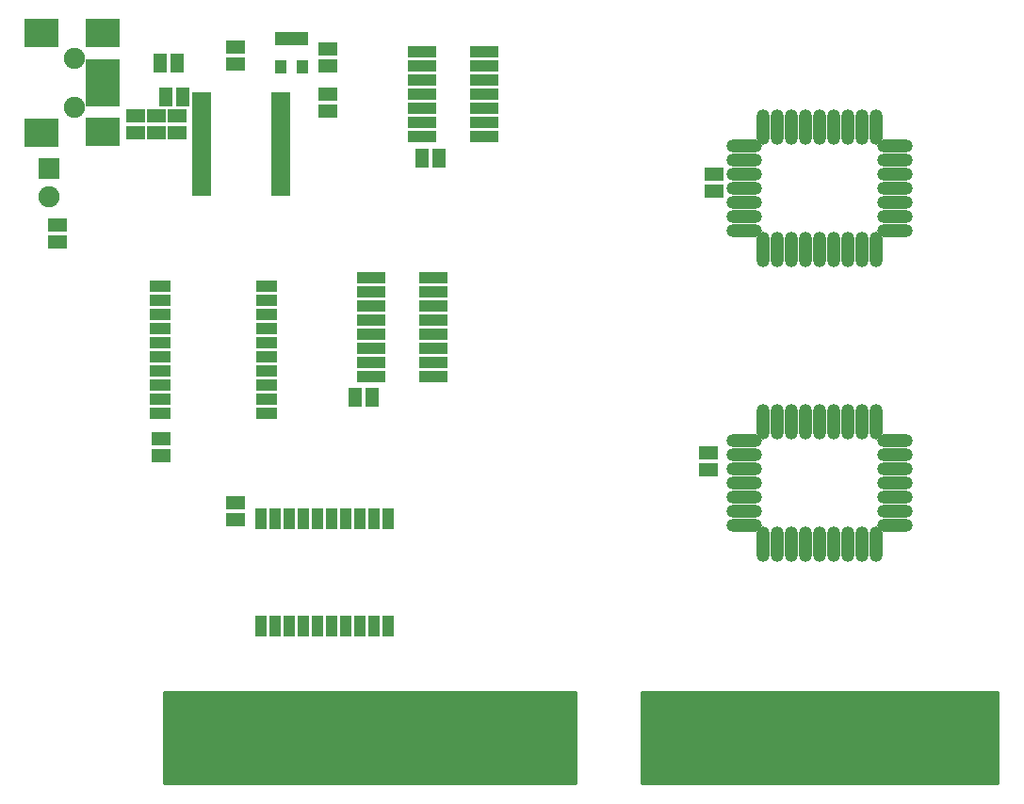
<source format=gts>
G04 (created by PCBNEW-RS274X (2012-01-19 BZR 3256)-stable) date 09/06/2012 05:25:14*
G01*
G70*
G90*
%MOIN*%
G04 Gerber Fmt 3.4, Leading zero omitted, Abs format*
%FSLAX34Y34*%
G04 APERTURE LIST*
%ADD10C,0.006000*%
%ADD11O,0.126300X0.047600*%
%ADD12O,0.047600X0.126300*%
%ADD13R,0.070000X0.036000*%
%ADD14R,0.040000X0.050000*%
%ADD15R,0.076300X0.041700*%
%ADD16R,0.041700X0.076300*%
%ADD17R,0.075000X0.075000*%
%ADD18C,0.075000*%
%ADD19R,0.118400X0.039600*%
%ADD20R,0.118400X0.098700*%
%ADD21C,0.075400*%
%ADD22R,0.045000X0.065000*%
%ADD23R,0.065000X0.045000*%
%ADD24R,0.047600X0.295600*%
%ADD25R,0.098700X0.043600*%
%ADD26C,0.010000*%
G04 APERTURE END LIST*
G54D10*
G54D11*
X36254Y-57185D03*
X36254Y-57685D03*
X36254Y-58185D03*
X36254Y-58685D03*
G54D12*
X37919Y-59350D03*
X38419Y-59350D03*
X38919Y-59350D03*
X39419Y-59350D03*
G54D11*
X41584Y-58185D03*
X41584Y-57685D03*
X41584Y-57185D03*
X41584Y-56685D03*
X41584Y-56185D03*
G54D12*
X39419Y-55020D03*
X38919Y-55020D03*
X38419Y-55020D03*
G54D11*
X36254Y-55685D03*
X36254Y-56185D03*
X36254Y-56685D03*
G54D12*
X37919Y-55020D03*
X39919Y-55020D03*
X37419Y-59350D03*
X36919Y-59350D03*
X37419Y-55020D03*
X40419Y-55020D03*
X39919Y-59350D03*
G54D11*
X41584Y-58685D03*
X41584Y-55685D03*
G54D12*
X36919Y-55020D03*
X40919Y-55020D03*
X40419Y-59350D03*
X40919Y-59350D03*
G54D11*
X36254Y-46752D03*
X36254Y-47252D03*
X36254Y-47752D03*
X36254Y-48252D03*
G54D12*
X37919Y-48917D03*
X38419Y-48917D03*
X38919Y-48917D03*
X39419Y-48917D03*
G54D11*
X41584Y-47752D03*
X41584Y-47252D03*
X41584Y-46752D03*
X41584Y-46252D03*
X41584Y-45752D03*
G54D12*
X39419Y-44587D03*
X38919Y-44587D03*
X38419Y-44587D03*
G54D11*
X36254Y-45252D03*
X36254Y-45752D03*
X36254Y-46252D03*
G54D12*
X37919Y-44587D03*
X39919Y-44587D03*
X37419Y-48917D03*
X36919Y-48917D03*
X37419Y-44587D03*
X40419Y-44587D03*
X39919Y-48917D03*
G54D11*
X41584Y-48252D03*
X41584Y-45252D03*
G54D12*
X36919Y-44587D03*
X40919Y-44587D03*
X40419Y-48917D03*
X40919Y-48917D03*
G54D13*
X19847Y-46827D03*
X19847Y-46577D03*
X19847Y-46317D03*
X19847Y-46057D03*
X19847Y-45807D03*
X19847Y-45547D03*
X19847Y-45287D03*
X19847Y-45037D03*
X19847Y-44777D03*
X19847Y-44527D03*
X19847Y-44267D03*
X19847Y-44007D03*
X19847Y-43757D03*
X19847Y-43497D03*
X17047Y-43497D03*
X17047Y-43757D03*
X17047Y-43997D03*
X17047Y-44267D03*
X17047Y-44527D03*
X17047Y-44777D03*
X17047Y-45037D03*
X17047Y-45287D03*
X17047Y-45547D03*
X17047Y-45807D03*
X17047Y-46057D03*
X17047Y-46317D03*
X17047Y-46577D03*
X17047Y-46827D03*
G54D14*
X20595Y-41429D03*
X19845Y-41429D03*
X20595Y-42429D03*
X20220Y-41429D03*
X19845Y-42429D03*
G54D15*
X19357Y-54711D03*
X19357Y-54211D03*
X19357Y-53711D03*
X19357Y-53211D03*
X19357Y-52711D03*
X19357Y-52211D03*
X19357Y-51711D03*
X19357Y-51211D03*
X19357Y-50711D03*
X19357Y-50211D03*
X15569Y-50211D03*
X15569Y-50711D03*
X15569Y-51211D03*
X15569Y-51711D03*
X15569Y-52211D03*
X15569Y-52711D03*
X15569Y-53211D03*
X15569Y-53711D03*
X15569Y-54211D03*
X15569Y-54711D03*
G54D16*
X19150Y-62229D03*
X19650Y-62229D03*
X20150Y-62229D03*
X20650Y-62229D03*
X21150Y-62229D03*
X21650Y-62229D03*
X22150Y-62229D03*
X22650Y-62229D03*
X23150Y-62229D03*
X23650Y-62229D03*
X23650Y-58441D03*
X23150Y-58441D03*
X22650Y-58441D03*
X22150Y-58441D03*
X21650Y-58441D03*
X21150Y-58441D03*
X20650Y-58441D03*
X20150Y-58441D03*
X19650Y-58441D03*
X19150Y-58441D03*
G54D17*
X11657Y-46055D03*
G54D18*
X11657Y-47055D03*
G54D19*
X13527Y-43012D03*
X13527Y-42698D03*
X13527Y-43641D03*
X13527Y-43326D03*
G54D20*
X11362Y-44783D03*
X11362Y-41241D03*
X13527Y-44744D03*
X13527Y-41241D03*
G54D21*
X12543Y-42146D03*
X12543Y-43878D03*
G54D19*
X13527Y-42383D03*
G54D22*
X16385Y-43504D03*
X15785Y-43504D03*
G54D23*
X16184Y-44788D03*
X16184Y-44188D03*
X15436Y-44788D03*
X15436Y-44188D03*
X14708Y-44788D03*
X14708Y-44188D03*
X11952Y-48027D03*
X11952Y-48627D03*
G54D22*
X15589Y-42323D03*
X16189Y-42323D03*
G54D23*
X18251Y-42328D03*
X18251Y-41728D03*
X21499Y-43401D03*
X21499Y-44001D03*
G54D24*
X16085Y-66043D03*
X16478Y-66043D03*
X16872Y-66043D03*
X17266Y-66043D03*
X17660Y-66043D03*
X18053Y-66043D03*
X18447Y-66043D03*
X18841Y-66043D03*
X19234Y-66043D03*
X19628Y-66043D03*
X20022Y-66043D03*
X20415Y-66043D03*
X20809Y-66043D03*
X21203Y-66043D03*
X21597Y-66043D03*
X21990Y-66043D03*
X22384Y-66043D03*
X22778Y-66043D03*
X23171Y-66043D03*
X23565Y-66043D03*
X23959Y-66043D03*
X24352Y-66043D03*
X24746Y-66043D03*
X25140Y-66043D03*
X25534Y-66043D03*
X25927Y-66043D03*
X26321Y-66043D03*
X26715Y-66043D03*
X27108Y-66043D03*
X27502Y-66043D03*
X27896Y-66043D03*
X28289Y-66043D03*
X28683Y-66043D03*
X29077Y-66043D03*
X29471Y-66043D03*
X29864Y-66043D03*
X16085Y-66043D03*
X16478Y-66043D03*
X16872Y-66043D03*
X17266Y-66043D03*
X17660Y-66043D03*
X18053Y-66043D03*
X18447Y-66043D03*
X18841Y-66043D03*
X19234Y-66043D03*
X19628Y-66043D03*
X20022Y-66043D03*
X20415Y-66043D03*
X20809Y-66043D03*
X21203Y-66043D03*
X21597Y-66043D03*
X21990Y-66043D03*
X22384Y-66043D03*
X22778Y-66043D03*
X23171Y-66043D03*
X23565Y-66043D03*
X23959Y-66043D03*
X24352Y-66043D03*
X24746Y-66043D03*
X25140Y-66043D03*
X25534Y-66043D03*
X25927Y-66043D03*
X26321Y-66043D03*
X26715Y-66043D03*
X27108Y-66043D03*
X27502Y-66043D03*
X27896Y-66043D03*
X28289Y-66043D03*
X28683Y-66043D03*
X29077Y-66043D03*
X29471Y-66043D03*
X29864Y-66043D03*
X33014Y-66043D03*
X33408Y-66043D03*
X33801Y-66043D03*
X34195Y-66043D03*
X34589Y-66043D03*
X34982Y-66043D03*
X35376Y-66043D03*
X35770Y-66043D03*
X36163Y-66043D03*
X36557Y-66043D03*
X36951Y-66043D03*
X37345Y-66043D03*
X37738Y-66043D03*
X38132Y-66043D03*
X38526Y-66043D03*
X38919Y-66043D03*
X39313Y-66043D03*
X39707Y-66043D03*
X40100Y-66043D03*
X40494Y-66043D03*
X40888Y-66043D03*
X41282Y-66043D03*
X41675Y-66043D03*
X42069Y-66043D03*
X42463Y-66043D03*
X42856Y-66043D03*
X43250Y-66043D03*
X43644Y-66043D03*
X44037Y-66043D03*
X44431Y-66043D03*
X44825Y-66043D03*
X33014Y-66043D03*
X33408Y-66043D03*
X33801Y-66043D03*
X34195Y-66043D03*
X34589Y-66043D03*
X34982Y-66043D03*
X35376Y-66043D03*
X35770Y-66043D03*
X36163Y-66043D03*
X36557Y-66043D03*
X36951Y-66043D03*
X37345Y-66043D03*
X37738Y-66043D03*
X38132Y-66043D03*
X38526Y-66043D03*
X38919Y-66043D03*
X39313Y-66043D03*
X39707Y-66043D03*
X40100Y-66043D03*
X40494Y-66043D03*
X40888Y-66043D03*
X41282Y-66043D03*
X41675Y-66043D03*
X42069Y-66043D03*
X42463Y-66043D03*
X42856Y-66043D03*
X43250Y-66043D03*
X43644Y-66043D03*
X44037Y-66043D03*
X44431Y-66043D03*
X44825Y-66043D03*
G54D25*
X25257Y-53423D03*
X25257Y-52923D03*
X25257Y-52423D03*
X25257Y-51923D03*
X25257Y-51423D03*
X25257Y-50923D03*
X25257Y-50423D03*
X25257Y-49923D03*
X23057Y-49923D03*
X23057Y-50423D03*
X23057Y-50923D03*
X23057Y-51423D03*
X23057Y-51923D03*
X23057Y-52423D03*
X23057Y-52923D03*
X23057Y-53423D03*
X27028Y-44906D03*
X27028Y-44406D03*
X27028Y-43906D03*
X27028Y-43406D03*
X27028Y-42906D03*
X27028Y-42406D03*
X27028Y-41906D03*
X24828Y-41906D03*
X24828Y-42406D03*
X24828Y-42906D03*
X24828Y-43406D03*
X24828Y-43906D03*
X24828Y-44406D03*
X24828Y-44906D03*
G54D23*
X18251Y-58469D03*
X18251Y-57869D03*
X15594Y-55606D03*
X15594Y-56206D03*
G54D22*
X23079Y-54134D03*
X22479Y-54134D03*
X24841Y-45669D03*
X25441Y-45669D03*
G54D23*
X21499Y-42426D03*
X21499Y-41826D03*
X35180Y-46255D03*
X35180Y-46855D03*
X34983Y-56698D03*
X34983Y-56098D03*
G54D10*
G36*
X45220Y-67815D02*
X45220Y-64567D01*
X32621Y-64567D01*
X32621Y-67815D01*
X45220Y-67815D01*
X45220Y-67815D01*
G37*
G54D26*
X45220Y-67815D02*
X45220Y-64567D01*
X32621Y-64567D01*
X32621Y-67815D01*
X45220Y-67815D01*
G54D10*
G36*
X30259Y-67815D02*
X30259Y-64567D01*
X15692Y-64567D01*
X15692Y-67815D01*
X30259Y-67815D01*
X30259Y-67815D01*
G37*
G54D26*
X30259Y-67815D02*
X30259Y-64567D01*
X15692Y-64567D01*
X15692Y-67815D01*
X30259Y-67815D01*
M02*

</source>
